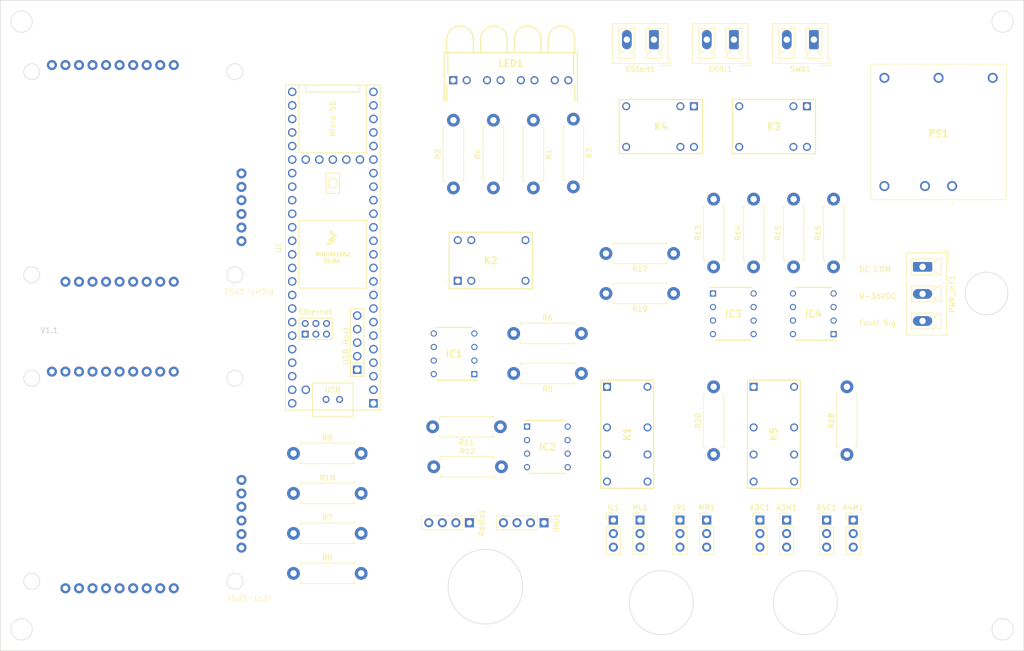
<source format=kicad_pcb>
(kicad_pcb (version 20221018) (generator pcbnew)
  (title_block (title "AGV Control Board") (date "2024-06-30") (rev "V1.0"))
  (layers (0 "F.Cu" signal) (31 "B.Cu" signal) (34 "B.Paste" user) (35 "F.Paste" user) (36 "B.SilkS" user "B.Silkscreen") (37 "F.SilkS" user "F.Silkscreen") (38 "B.Mask" user) (39 "F.Mask" user) (44 "Edge.Cuts" user))
  (net 0 "")
  (net 1 "COM")
  (net 2 "5VDC")
  (net 3 "3.3V")
  (net 4 "12COM")
  (net 5 "12VDC")
  (net 6 "TX1")
  (net 7 "RX1")
  (net 8 "M5V")
  (net 9 "TX2")
  (net 10 "RX2")
  (net 13 "Net-(U1-2_OUT2)")
  (net 14 "Net-(U1-3_LRCLK2)")
  (net 34 "Net-(EKill1-Pin_1)")
  (net 35 "Net-(EKill1-Pin_2)")
  (net 61 "Net-(EStart1-Pin_1)")
  (net 62 "Net-(EStart1-Pin_2)")
  (net 63 "Net-(IC1-A_1)")
  (net 64 "Net-(IC1-A_2)")
  (net 65 "Net-(IC1-C_3)")
  (net 66 "Net-(IC1-C_4)")
  (net 67 "Net-(IC2-A_1)")
  (net 68 "Net-(IC2-A_2)")
  (net 69 "Net-(IC2-C_3)")
  (net 70 "Net-(IC2-C_4)")
  (net 71 "Net-(IL1-Pin_2)")
  (net 72 "Net-(IR1-Pin_2)")
  (net 73 "EKill")
  (net 74 "EStart")
  (net 75 "MOut")
  (net 76 "Net-(K1-COM_1)")
  (net 77 "Net-(K1-COM_2)")
  (net 78 "MCom")
  (net 79 "P3I")
  (net 80 "P4I")
  (net 81 "P3O")
  (net 82 "P4O")
  (net 83 "Net-(A3C1-Pin_2)")
  (net 84 "Net-(A3M1-Pin_2)")
  (net 85 "Net-(A4C1-Pin_2)")
  (net 86 "Net-(A4M1-Pin_2)")
  (net 87 "Net-(IC3-A_1)")
  (net 88 "Net-(IC3-A_2)")
  (net 89 "Net-(IC3-C_4)")
  (net 90 "Net-(IC4-A_1)")
  (net 91 "Net-(IC4-A_2)")
  (net 92 "Net-(IC4-C_4)")
  (net 94 "Net-(K2-COIL_1)")
  (net 96 "Net-(K2-NO)")
  (net 101 "Net-(LED1-A_GREEN_1)")
  (net 102 "Net-(LED1-A_GREEN_2)")
  (net 103 "Net-(LED1-A_GREEN_3)")
  (net 104 "Net-(LED1-A_GREEN_4)")
  (net 109 "Net-(LEFT-GPS1-RX2)")
  (net 110 "Net-(LEFT-GPS1-TX2)")
  (net 122 "Net-(RIGHT-GPS1-RX2)")
  (net 123 "Net-(RIGHT-GPS1-TX2)")
  (footprint "Resistor_THT:R_Axial_DIN0411_L9.9mm_D3.6mm_P12.70mm_Horizontal" (layer "F.Cu") (at 176.31 70 90)
    (fp_text reference "R16" (at 6.35 -2.92 90) (layer "F.SilkS"))
    (fp_text value "10K")
    (pad "1" thru_hole circle (at 0 0 90) (size 2.4 2.4) (drill 1.2) (layers "*.Cu" "*.Mask") (net 1 "COM"))
    (pad "2" thru_hole oval (at 12.7 0 90) (size 2.4 2.4) (drill 1.2) (layers "*.Cu" "*.Mask") (net 80 "P4I"))
  )
  (footprint "Connector_PinHeader_2.54mm:PinHeader_1x03_P2.54mm_Vertical" (layer "F.Cu") (at 135 117.5)
    (fp_text reference "IL1" (at 0 -2.33) (layer "F.SilkS"))
    (fp_text value "Conn_01x03_Pin")
    (pad "1" thru_hole rect (at 0 0) (size 1.7 1.7) (drill 1) (layers "*.Cu" "*.Mask") (net 8 "M5V"))
    (pad "2" thru_hole oval (at 0 2.54) (size 1.7 1.7) (drill 1) (layers "*.Cu" "*.Mask") (net 71 "Net-(IL1-Pin_2)"))
    (pad "3" thru_hole oval (at 0 5.08) (size 1.7 1.7) (drill 1) (layers "*.Cu" "*.Mask") (net 1 "COM"))
  )
  (footprint "Connector_PinHeader_2.54mm:PinHeader_1x03_P2.54mm_Vertical" (layer "F.Cu") (at 180 117.5)
    (fp_text reference "A4M1" (at 0 -2.33) (layer "F.SilkS"))
    (fp_text value "Conn_01x03_Pin")
    (pad "1" thru_hole rect (at 0 0) (size 1.7 1.7) (drill 1) (layers "*.Cu" "*.Mask") (net 8 "M5V"))
    (pad "2" thru_hole oval (at 0 2.54) (size 1.7 1.7) (drill 1) (layers "*.Cu" "*.Mask") (net 86 "Net-(A4M1-Pin_2)"))
    (pad "3" thru_hole oval (at 0 5.08) (size 1.7 1.7) (drill 1) (layers "*.Cu" "*.Mask") (net 1 "COM"))
  )
  (footprint "Resistor_THT:R_Axial_DIN0411_L9.9mm_D3.6mm_P12.70mm_Horizontal" (layer "F.Cu") (at 129.01 90 180)
    (fp_text reference "R5" (at 6.35 -2.92) (layer "F.SilkS"))
    (fp_text value "187")
    (pad "1" thru_hole circle (at 0 0 180) (size 2.4 2.4) (drill 1.2) (layers "*.Cu" "*.Mask") (net 71 "Net-(IL1-Pin_2)"))
    (pad "2" thru_hole oval (at 12.7 0 180) (size 2.4 2.4) (drill 1.2) (layers "*.Cu" "*.Mask") (net 63 "Net-(IC1-A_1)"))
  )
  (footprint "boards:Sparkfun GPS-RTK" (layer "F.Cu") (at 66.6166 74.0658 180)
    (fp_text reference "RIGHT-GPS1" (at 0 -0.5 180 unlocked) (layer "F.SilkS") (effects (font (thickness 0.1))))
    (fp_text value "~")
    (pad "1" thru_hole circle (at 34.39 1.27 180) (size 1.8796 1.8796) (drill 1.016) (layers "*.Cu" "*.Mask"))
    (pad "2" thru_hole circle (at 31.85 1.27 180) (size 1.8796 1.8796) (drill 1.016) (layers "*.Cu" "*.Mask"))
    (pad "3" thru_hole circle (at 29.3116 1.27 180) (size 1.8796 1.8796) (drill 1.016) (layers "*.Cu" "*.Mask"))
    (pad "4" thru_hole circle (at 26.7716 1.27 180) (size 1.8796 1.8796) (drill 1.016) (layers "*.Cu" "*.Mask"))
    (pad "5" thru_hole circle (at 1.3716 13.97 180) (size 1.8796 1.8796) (drill 1.016) (layers "*.Cu" "*.Mask") (net 122 "Net-(RIGHT-GPS1-RX2)"))
    (pad "5" thru_hole circle (at 24.2316 1.27 180) (size 1.8796 1.8796) (drill 1.016) (layers "*.Cu" "*.Mask") (net 122 "Net-(RIGHT-GPS1-RX2)"))
    (pad "6" thru_hole circle (at 1.3716 11.43 180) (size 1.8796 1.8796) (drill 1.016) (layers "*.Cu" "*.Mask") (net 123 "Net-(RIGHT-GPS1-TX2)"))
    (pad "6" thru_hole circle (at 21.6916 1.27 180) (size 1.8796 1.8796) (drill 1.016) (layers "*.Cu" "*.Mask") (net 123 "Net-(RIGHT-GPS1-TX2)"))
    (pad "7" thru_hole circle (at 19.1516 1.27 180) (size 1.8796 1.8796) (drill 1.016) (layers "*.Cu" "*.Mask"))
    (pad "8" thru_hole circle (at 16.6116 1.27 180) (size 1.8796 1.8796) (drill 1.016) (layers "*.Cu" "*.Mask") (net 2 "5VDC"))
    (pad "9" thru_hole circle (at 1.3716 21.59 180) (size 1.8796 1.8796) (drill 1.016) (layers "*.Cu" "*.Mask") (net 1 "COM"))
    (pad "9" thru_hole circle (at 14.0716 1.27 180) (size 1.8796 1.8796) (drill 1.016) (layers "*.Cu" "*.Mask") (net 1 "COM"))
    (pad "9" thru_hole circle (at 14.0716 41.91 180) (size 1.8796 1.8796) (drill 1.016) (layers "*.Cu" "*.Mask") (net 1 "COM"))
    (pad "10" thru_hole circle (at 24.2316 41.91 180) (size 1.8796 1.8796) (drill 1.016) (layers "*.Cu" "*.Mask"))
    (pad "11" thru_hole circle (at 26.7716 41.91 180) (size 1.8796 1.8796) (drill 1.016) (layers "*.Cu" "*.Mask"))
    (pad "12" thru_hole circle (at 29.3116 41.91 180) (size 1.8796 1.8796) (drill 1.016) (layers "*.Cu" "*.Mask"))
    (pad "13" thru_hole circle (at 31.8516 41.91 180) (size 1.8796 1.8796) (drill 1.016) (layers "*.Cu" "*.Mask"))
    (pad "14" thru_hole circle (at 34.3916 41.91 180) (size 1.8796 1.8796) (drill 1.016) (layers "*.Cu" "*.Mask"))
    (pad "15" thru_hole circle (at 36.9316 41.91 180) (size 1.8796 1.8796) (drill 1.016) (layers "*.Cu" "*.Mask"))
    (pad "98" thru_hole circle (at 1.3716 19.05 180) (size 1.8796 1.8796) (drill 1.016) (layers "*.Cu" "*.Mask"))
    (pad "99" thru_hole circle (at 1.3716 8.89 180) (size 1.8796 1.8796) (drill 1.016) (layers "*.Cu" "*.Mask"))
    (pad "101" thru_hole circle (at 21.6916 41.91 180) (size 1.8796 1.8796) (drill 1.016) (layers "*.Cu" "*.Mask"))
    (pad "104" thru_hole circle (at 19.1516 41.91 180) (size 1.8796 1.8796) (drill 1.016) (layers "*.Cu" "*.Mask"))
    (pad "107" thru_hole circle (at 16.6116 41.91 180) (size 1.8796 1.8796) (drill 1.016) (layers "*.Cu" "*.Mask"))
    (pad "207" thru_hole circle (at 1.3716 16.5608 180) (size 1.8796 1.8796) (drill 1.016) (layers "*.Cu" "*.Mask"))
  )
  (footprint "Resistor_THT:R_Axial_DIN0411_L9.9mm_D3.6mm_P12.70mm_Horizontal" (layer "F.Cu") (at 161.31 70 90)
    (fp_text reference "R14" (at 6.35 -2.92 90) (layer "F.SilkS"))
    (fp_text value "10K")
    (pad "1" thru_hole circle (at 0 0 90) (size 2.4 2.4) (drill 1.2) (layers "*.Cu" "*.Mask") (net 1 "COM"))
    (pad "2" thru_hole oval (at 12.7 0 90) (size 2.4 2.4) (drill 1.2) (layers "*.Cu" "*.Mask") (net 92 "Net-(IC4-C_4)"))
  )
  (footprint "Connector_PinHeader_2.54mm:PinHeader_1x03_P2.54mm_Vertical" (layer "F.Cu") (at 140 117.5)
    (fp_text reference "ML1" (at 0 -2.33) (layer "F.SilkS"))
    (fp_text value "Conn_01x03_Pin")
    (pad "1" thru_hole rect (at 0 0) (size 1.7 1.7) (drill 1) (layers "*.Cu" "*.Mask") (net 8 "M5V"))
    (pad "2" thru_hole oval (at 0 2.54) (size 1.7 1.7) (drill 1) (layers "*.Cu" "*.Mask") (net 76 "Net-(K1-COM_1)"))
    (pad "3" thru_hole oval (at 0 5.08) (size 1.7 1.7) (drill 1) (layers "*.Cu" "*.Mask") (net 1 "COM"))
  )
  (footprint "SamacSys:SR113V2002C" (layer "F.Cu") (at 161.31 92.5 -90)
    (fp_text reference "K5" (at 8.89 -3.8 90) (layer "F.SilkS") (effects (font (size 1.27 1.27) (thickness 0.254))))
    (fp_text value "SR11-3V-200-2C" hide)
    (pad "1" thru_hole rect (at 0 0 270) (size 1.5 1.5) (drill 1) (layers "*.Cu" "*.Mask") (net 75 "MOut"))
    (pad "2" thru_hole circle (at 7.62 0 270) (size 1.5 1.5) (drill 1) (layers "*.Cu" "*.Mask") (net 84 "Net-(A3M1-Pin_2)"))
    (pad "3" thru_hole circle (at 12.7 0 270) (size 1.5 1.5) (drill 1) (layers "*.Cu" "*.Mask") (net 83 "Net-(A3C1-Pin_2)"))
    (pad "4" thru_hole circle (at 17.78 0 270) (size 1.5 1.5) (drill 1) (layers "*.Cu" "*.Mask") (net 89 "Net-(IC3-C_4)"))
    (pad "5" thru_hole circle (at 17.78 -7.6 270) (size 1.5 1.5) (drill 1) (layers "*.Cu" "*.Mask") (net 92 "Net-(IC4-C_4)"))
    (pad "6" thru_hole circle (at 12.7 -7.6 270) (size 1.5 1.5) (drill 1) (layers "*.Cu" "*.Mask") (net 85 "Net-(A4C1-Pin_2)"))
    (pad "7" thru_hole circle (at 7.62 -7.6 270) (size 1.5 1.5) (drill 1) (layers "*.Cu" "*.Mask") (net 86 "Net-(A4M1-Pin_2)"))
    (pad "8" thru_hole circle (at 0 -7.6 270) (size 1.5 1.5) (drill 1) (layers "*.Cu" "*.Mask") (net 78 "MCom"))
  )
  (footprint "Connector_PinHeader_2.54mm:PinHeader_1x03_P2.54mm_Vertical" (layer "F.Cu") (at 152.5 117.5)
    (fp_text reference "MR1" (at 0 -2.33) (layer "F.SilkS"))
    (fp_text value "Conn_01x03_Pin")
    (pad "1" thru_hole rect (at 0 0) (size 1.7 1.7) (drill 1) (layers "*.Cu" "*.Mask") (net 8 "M5V"))
    (pad "2" thru_hole oval (at 0 2.54) (size 1.7 1.7) (drill 1) (layers "*.Cu" "*.Mask") (net 77 "Net-(K1-COM_2)"))
    (pad "3" thru_hole oval (at 0 5.08) (size 1.7 1.7) (drill 1) (layers "*.Cu" "*.Mask") (net 1 "COM"))
  )
  (footprint "Connector_PinHeader_2.54mm:PinHeader_1x04_P2.54mm_Vertical" (layer "F.Cu") (at 108 118 -90)
    (fp_text reference "Radio1" (at 0 -2.33 90) (layer "F.SilkS"))
    (fp_text value "Conn_01x04_Pin")
    (pad "1" thru_hole rect (at 0 0 270) (size 1.7 1.7) (drill 1) (layers "*.Cu" "*.Mask") (net 2 "5VDC"))
    (pad "2" thru_hole oval (at 0 2.54 270) (size 1.7 1.7) (drill 1) (layers "*.Cu" "*.Mask") (net 6 "TX1"))
    (pad "3" thru_hole oval (at 0 5.08 270) (size 1.7 1.7) (drill 1) (layers "*.Cu" "*.Mask") (net 7 "RX1"))
    (pad "4" thru_hole oval (at 0 7.62 270) (size 1.7 1.7) (drill 1) (layers "*.Cu" "*.Mask") (net 1 "COM"))
  )
  (footprint "Resistor_THT:R_Axial_DIN0411_L9.9mm_D3.6mm_P12.70mm_Horizontal" (layer "F.Cu") (at 120 42.5 -90)
    (fp_text reference "R1" (at 6.35 -2.92 90) (layer "F.SilkS"))
    (fp_text value "750")
    (pad "1" thru_hole circle (at 0 0 270) (size 2.4 2.4) (drill 1.2) (layers "*.Cu" "*.Mask") (net 103 "Net-(LED1-A_GREEN_3)"))
    (pad "2" thru_hole oval (at 12.7 0 270) (size 2.4 2.4) (drill 1.2) (layers "*.Cu" "*.Mask") (net 96 "Net-(K2-NO)"))
  )
  (footprint "Resistor_THT:R_Axial_DIN0411_L9.9mm_D3.6mm_P12.70mm_Horizontal" (layer "F.Cu") (at 153.81 105.2 90)
    (fp_text reference "R20" (at 6.35 -2.92 90) (layer "F.SilkS"))
    (fp_text value "187")
    (pad "1" thru_hole circle (at 0 0 90) (size 2.4 2.4) (drill 1.2) (layers "*.Cu" "*.Mask") (net 83 "Net-(A3C1-Pin_2)"))
    (pad "2" thru_hole oval (at 12.7 0 90) (size 2.4 2.4) (drill 1.2) (layers "*.Cu" "*.Mask") (net 88 "Net-(IC3-A_2)"))
  )
  (footprint "Resistor_THT:R_Axial_DIN0411_L9.9mm_D3.6mm_P12.70mm_Horizontal" (layer "F.Cu") (at 127.5 42.3 -90)
    (fp_text reference "R3" (at 6.35 -2.92 90) (layer "F.SilkS"))
    (fp_text value "750")
    (pad "1" thru_hole circle (at 0 0 270) (size 2.4 2.4) (drill 1.2) (layers "*.Cu" "*.Mask") (net 104 "Net-(LED1-A_GREEN_4)"))
    (pad "2" thru_hole oval (at 12.7 0 270) (size 2.4 2.4) (drill 1.2) (layers "*.Cu" "*.Mask") (net 75 "MOut"))
  )
  (footprint "SamacSys:SR113V2002C" (layer "F.Cu") (at 133.81 92.5 -90)
    (fp_text reference "K1" (at 8.89 -3.8 90) (layer "F.SilkS") (effects (font (size 1.27 1.27) (thickness 0.254))))
    (fp_text value "SR11-3V-200-2C" hide)
    (pad "1" thru_hole rect (at 0 0 270) (size 1.5 1.5) (drill 1) (layers "*.Cu" "*.Mask") (net 75 "MOut"))
    (pad "2" thru_hole circle (at 7.62 0 270) (size 1.5 1.5) (drill 1) (layers "*.Cu" "*.Mask") (net 76 "Net-(K1-COM_1)"))
    (pad "3" thru_hole circle (at 12.7 0 270) (size 1.5 1.5) (drill 1) (layers "*.Cu" "*.Mask") (net 71 "Net-(IL1-Pin_2)"))
    (pad "4" thru_hole circle (at 17.78 0 270) (size 1.5 1.5) (drill 1) (layers "*.Cu" "*.Mask") (net 70 "Net-(IC2-C_4)"))
    (pad "5" thru_hole circle (at 17.78 -7.6 270) (size 1.5 1.5) (drill 1) (layers "*.Cu" "*.Mask") (net 69 "Net-(IC2-C_3)"))
    (pad "6" thru_hole circle (at 12.7 -7.6 270) (size 1.5 1.5) (drill 1) (layers "*.Cu" "*.Mask") (net 72 "Net-(IR1-Pin_2)"))
    (pad "7" thru_hole circle (at 7.62 -7.6 270) (size 1.5 1.5) (drill 1) (layers "*.Cu" "*.Mask") (net 77 "Net-(K1-COM_2)"))
    (pad "8" thru_hole circle (at 0 -7.6 270) (size 1.5 1.5) (drill 1) (layers "*.Cu" "*.Mask") (net 78 "MCom"))
  )
  (footprint "Connector_PinHeader_2.54mm:PinHeader_1x04_P2.54mm_Vertical" (layer "F.Cu") (at 122 118 -90)
    (fp_text reference "IMU1" (at 0 -2.33 90) (layer "F.SilkS"))
    (fp_text value "Conn_01x04_Pin")
    (pad "1" thru_hole rect (at 0 0 270) (size 1.7 1.7) (drill 1) (layers "*.Cu" "*.Mask") (net 2 "5VDC"))
    (pad "2" thru_hole oval (at 0 2.54 270) (size 1.7 1.7) (drill 1) (layers "*.Cu" "*.Mask") (net 9 "TX2"))
    (pad "3" thru_hole oval (at 0 5.08 270) (size 1.7 1.7) (drill 1) (layers "*.Cu" "*.Mask") (net 10 "RX2"))
    (pad "4" thru_hole oval (at 0 7.62 270) (size 1.7 1.7) (drill 1) (layers "*.Cu" "*.Mask") (net 1 "COM"))
  )
  (footprint "SamacSys:SR512V2001C" (layer "F.Cu") (at 105.81 72.62)
    (fp_text reference "K2" (at 6.2 -3.8) (layer "F.SilkS") (effects (font (size 1.27 1.27) (thickness 0.254))))
    (fp_text value "SR5-12V-200-1C" hide)
    (pad "1" thru_hole rect (at 0 0) (size 1.5 1.5) (drill 1) (layers "*.Cu" "*.Mask"))
    (pad "2" thru_hole circle (at 2.54 0) (size 1.5 1.5) (drill 1) (layers "*.Cu" "*.Mask") (net 94 "Net-(K2-COIL_1)"))
    (pad "3" thru_hole circle (at 12.7 0) (size 1.5 1.5) (drill 1) (layers "*.Cu" "*.Mask") (net 3 "3.3V"))
    (pad "4" thru_hole circle (at 12.7 -7.62) (size 1.5 1.5) (drill 1) (layers "*.Cu" "*.Mask"))
    (pad "5" thru_hole circle (at 2.54 -7.62) (size 1.5 1.5) (drill 1) (layers "*.Cu" "*.Mask") (net 4 "12COM"))
    (pad "6" thru_hole circle (at 0 -7.62) (size 1.5 1.5) (drill 1) (layers "*.Cu" "*.Mask") (net 96 "Net-(K2-NO)"))
  )
  (footprint "Connector_Phoenix_MC_HighVoltage:PhoenixContact_MCV_1,5_2-G-5.08_1x02_P5.08mm_Vertical" (layer "F.Cu") (at 157.61 27.38 180)
    (fp_text reference "EKill1" (at 2.54 -5.55) (layer "F.SilkS"))
    (fp_text value "Conn_01x02_Pin")
    (pad "1" thru_hole roundrect (at 0 0 180) (size 1.8 3.6) (drill 1.2) (layers "*.Cu" "*.Mask") (roundrect_rratio 0.138889) (net 34 "Net-(EKill1-Pin_1)"))
    (pad "2" thru_hole oval (at 5.08 0 180) (size 1.8 3.6) (drill 1.2) (layers "*.Cu" "*.Mask") (net 35 "Net-(EKill1-Pin_2)"))
  )
  (footprint "Resistor_THT:R_Axial_DIN0411_L9.9mm_D3.6mm_P12.70mm_Horizontal" (layer "F.Cu") (at 168.81 70 90)
    (fp_text reference "R15" (at 6.35 -2.92 90) (layer "F.SilkS"))
    (fp_text value "10K")
    (pad "1" thru_hole circle (at 0 0 90) (size 2.4 2.4) (drill 1.2) (layers "*.Cu" "*.Mask") (net 1 "COM"))
    (pad "2" thru_hole oval (at 12.7 0 90) (size 2.4 2.4) (drill 1.2) (layers "*.Cu" "*.Mask") (net 89 "Net-(IC3-C_4)"))
  )
  (footprint "Resistor_THT:R_Axial_DIN0411_L9.9mm_D3.6mm_P12.70mm_Horizontal" (layer "F.Cu") (at 113.81 100 180)
    (fp_text reference "R11" (at 6.35 -2.92) (layer "F.SilkS"))
    (fp_text value "100")
    (pad "1" thru_hole circle (at 0 0 180) (size 2.4 2.4) (drill 1.2) (layers "*.Cu" "*.Mask") (net 67 "Net-(IC2-A_1)"))
    (pad "2" thru_hole oval (at 12.7 0 180) (size 2.4 2.4) (drill 1.2) (layers "*.Cu" "*.Mask") (net 13 "Net-(U1-2_OUT2)"))
  )
  (footprint "Connector_PinHeader_2.54mm:PinHeader_1x03_P2.54mm_Vertical" (layer "F.Cu") (at 162.5 117.5)
    (fp_text reference "A3C1" (at 0 -2.33) (layer "F.SilkS"))
    (fp_text value "Conn_01x03_Pin")
    (pad "1" thru_hole rect (at 0 0) (size 1.7 1.7) (drill 1) (layers "*.Cu" "*.Mask") (net 8 "M5V"))
    (pad "2" thru_hole oval (at 0 2.54) (size 1.7 1.7) (drill 1) (layers "*.Cu" "*.Mask") (net 83 "Net-(A3C1-Pin_2)"))
    (pad "3" thru_hole oval (at 0 5.08) (size 1.7 1.7) (drill 1) (layers "*.Cu" "*.Mask") (net 1 "COM"))
  )
  (footprint "Resistor_THT:R_Axial_DIN0411_L9.9mm_D3.6mm_P12.70mm_Horizontal" (layer "F.Cu") (at 105 55.2 90)
    (fp_text reference "R2" (at 6.35 -2.92 90) (layer "F.SilkS"))
    (fp_text value "6.19K")
    (pad "1" thru_hole circle (at 0 0 90) (size 2.4 2.4) (drill 1.2) (layers "*.Cu" "*.Mask") (net 5 "12VDC"))
    (pad "2" thru_hole oval (at 12.7 0 90) (size 2.4 2.4) (drill 1.2) (layers "*.Cu" "*.Mask") (net 101 "Net-(LED1-A_GREEN_1)"))
  )
  (footprint "Resistor_THT:R_Axial_DIN0411_L9.9mm_D3.6mm_P12.70mm_Horizontal" (layer "F.Cu") (at 116.31 82.5)
    (fp_text reference "R6" (at 6.35 -2.92) (layer "F.SilkS"))
    (fp_text value "187")
    (pad "1" thru_hole circle (at 0 0) (size 2.4 2.4) (drill 1.2) (layers "*.Cu" "*.Mask") (net 64 "Net-(IC1-A_2)"))
    (pad "2" thru_hole oval (at 12.7 0) (size 2.4 2.4) (drill 1.2) (layers "*.Cu" "*.Mask") (net 72 "Net-(IR1-Pin_2)"))
  )
  (footprint "SamacSys:DIP762W56P254L977H470Q8N" (layer "F.Cu") (at 157.5 78.81)
    (fp_text reference "IC3" (at 0 0) (layer "F.SilkS") (effects (font (size 1.27 1.27) (thickness 0.254))))
    (fp_text value "CNY74-2H" hide)
    (pad "1" thru_hole rect (at -3.81 -3.81) (size 1.16 1.16) (drill 0.76) (layers "*.Cu" "*.Mask") (net 87 "Net-(IC3-A_1)"))
    (pad "2" thru_hole circle (at -3.81 -1.27) (size 1.16 1.16) (drill 0.76) (layers "*.Cu" "*.Mask") (net 1 "COM"))
    (pad "3" thru_hole circle (at -3.81 1.27) (size 1.16 1.16) (drill 0.76) (layers "*.Cu" "*.Mask") (net 1 "COM"))
    (pad "4" thru_hole circle (at -3.81 3.81) (size 1.16 1.16) (drill 0.76) (layers "*.Cu" "*.Mask") (net 88 "Net-(IC3-A_2)"))
    (pad "5" thru_hole circle (at 3.81 3.81) (size 1.16 1.16) (drill 0.76) (layers "*.Cu" "*.Mask") (net 3 "3.3V"))
    (pad "6" thru_hole circle (at 3.81 1.27) (size 1.16 1.16) (drill 0.76) (layers "*.Cu" "*.Mask") (net 79 "P3I"))
    (pad "7" thru_hole circle (at 3.81 -1.27) (size 1.16 1.16) (drill 0.76) (layers "*.Cu" "*.Mask") (net 89 "Net-(IC3-C_4)"))
    (pad "8" thru_hole circle (at 3.81 -3.81) (size 1.16 1.16) (drill 0.76) (layers "*.Cu" "*.Mask") (net 2 "5VDC"))
  )
  (footprint "Resistor_THT:R_Axial_DIN0411_L9.9mm_D3.6mm_P12.70mm_Horizontal" (layer "F.Cu") (at 146.31 67.5 180)
    (fp_text reference "R17" (at 6.35 -2.92) (layer "F.SilkS"))
    (fp_text value "100")
    (pad "1" thru_hole circle (at 0 0 180) (size 2.4 2.4) (drill 1.2) (layers "*.Cu" "*.Mask") (net 90 "Net-(IC4-A_1)"))
    (pad "2" thru_hole oval (at 12.7 0 180) (size 2.4 2.4) (drill 1.2) (layers "*.Cu" "*.Mask") (net 82 "P4O"))
  )
  (footprint "SamacSys:SR53V2001C" (layer "F.Cu") (at 171.31 39.88 180)
    (fp_text reference "K3" (at 6.2 -3.81) (layer "F.SilkS") (effects (font (size 1.27 1.27) (thickness 0.254))))
    (fp_text value "SR5-3V-200-1C" hide)
    (pad "1" thru_hole rect (at 0 0 180) (size 1.5 1.5) (drill 1) (layers "*.Cu" "*.Mask"))
    (pad "2" thru_hole circle (at 2.54 0 180) (size 1.5 1.5) (drill 1) (layers "*.Cu" "*.Mask") (net 73 "EKill"))
    (pad "3" thru_hole circle (at 12.7 0 180) (size 1.5 1.5) (drill 1) (layers "*.Cu" "*.Mask") (net 35 "Net-(EKill1-Pin_2)"))
    (pad "4" thru_hole circle (at 12.7 -7.62 180) (size 1.5 1.5) (drill 1) (layers "*.Cu" "*.Mask"))
    (pad "5" thru_hole circle (at 2.54 -7.62 180) (size 1.5 1.5) (drill 1) (layers "*.Cu" "*.Mask") (net 1 "COM"))
    (pad "6" thru_hole circle (at 0 -7.62 180) (size 1.5 1.5) (drill 1) (layers "*.Cu" "*.Mask") (net 34 "Net-(EKill1-Pin_1)"))
  )
  (footprint "Connector_Phoenix_MC_HighVoltage:PhoenixContact_MCV_1,5_2-G-5.08_1x02_P5.08mm_Vertical" (layer "F.Cu") (at 172.61 27.38 180)
    (fp_text reference "SWA1" (at 2.54 -5.55) (layer "F.SilkS"))
    (fp_text value "Conn_01x02_Pin")
    (pad "1" thru_hole roundrect (at 0 0 180) (size 1.8 3.6) (drill 1.2) (layers "*.Cu" "*.Mask") (roundrect_rratio 0.138889) (net 78 "MCom"))
    (pad "2" thru_hole oval (at 5.08 0 180) (size 1.8 3.6) (drill 1.2) (layers "*.Cu" "*.Mask") (net 1 "COM"))
  )
  (footprint "Resistor_THT:R_Axial_DIN0411_L9.9mm_D3.6mm_P12.70mm_Horizontal" (layer "F.Cu") (at 112.5 55.2 90)
    (fp_text reference "R4" (at 6.35 -2.92 90) (layer "F.SilkS"))
    (fp_text value "1.6K")
    (pad "1" thru_hole circle (at 0 0 90) (size 2.4 2.4) (drill 1.2) (layers "*.Cu" "*.Mask") (net 2 "5VDC"))
    (pad "2" thru_hole oval (at 12.7 0 90) (size 2.4 2.4) (drill 1.2) (layers "*.Cu" "*.Mask") (net 102 "Net-(LED1-A_GREEN_2)"))
  )
  (footprint "Resistor_THT:R_Axial_DIN0411_L9.9mm_D3.6mm_P12.70mm_Horizontal" (layer "F.Cu") (at 75 112.5)
    (fp_text reference "R10" (at 6.35 -2.92) (layer "F.SilkS"))
    (fp_text value "10K")
    (pad "1" thru_hole circle (at 0 0) (size 2.4 2.4) (drill 1.2) (layers "*.Cu" "*.Mask") (net 1 "COM"))
    (pad "2" thru_hole oval (at 12.7 0) (size 2.4 2.4) (drill 1.2) (layers "*.Cu" "*.Mask") (net 66 "Net-(IC1-C_4)"))
  )
  (footprint "Resistor_THT:R_Axial_DIN0411_L9.9mm_D3.6mm_P12.70mm_Horizontal" (layer "F.Cu") (at 178.81 105.2 90)
    (fp_text reference "R18" (at 6.35 -2.92 90) (layer "F.SilkS"))
    (fp_text value "187")
    (pad "1" thru_hole circle (at 0 0 90) (size 2.4 2.4) (drill 1.2) (layers "*.Cu" "*.Mask") (net 85 "Net-(A4C1-Pin_2)"))
    (pad "2" thru_hole oval (at 12.7 0 90) (size 2.4 2.4) (drill 1.2) (layers "*.Cu" "*.Mask") (net 91 "Net-(IC4-A_2)"))
  )
  (footprint "SamacSys:5501307004F" (layer "F.Cu") (at 104.96 35 180)
    (fp_text reference "LED1" (at -10.795 3.179) (layer "F.SilkS") (effects (font (size 1.27 1.27) (thickness 0.254))))
    (fp_text value "550-1307-004F" hide)
    (pad "1" thru_hole rect (at 0 0 180) (size 1.524 1.524) (drill 1.016) (layers "*.Cu" "*.Mask") (net 4 "12COM"))
    (pad "2" thru_hole circle (at -2.54 0 180) (size 1.524 1.524) (drill 1.016) (layers "*.Cu" "*.Mask") (net 101 "Net-(LED1-A_GREEN_1)"))
    (pad "3" thru_hole circle (at -6.35 0 180) (size 1.524 1.524) (drill 1.016) (layers "*.Cu" "*.Mask") (net 1 "COM"))
    (pad "4" thru_hole circle (at -8.89 0 180) (size 1.524 1.524) (drill 1.016) (layers "*.Cu" "*.Mask") (net 102 "Net-(LED1-A_GREEN_2)"))
    (pad "5" thru_hole circle (at -12.7 0 180) (size 1.524 1.524) (drill 1.016) (layers "*.Cu" "*.Mask") (net 1 "COM"))
    (pad "6" thru_hole circle (at -15.24 0 180) (size 1.524 1.524) (drill 1.016) (layers "*.Cu" "*.Mask") (net 103 "Net-(LED1-A_GREEN_3)"))
    (pad "7" thru_hole circle (at -19.05 0 180) (size 1.524 1.524) (drill 1.016) (layers "*.Cu" "*.Mask") (net 1 "COM"))
    (pad "8" thru_hole circle (at -21.59 0 180) (size 1.524 1.524) (drill 1.016) (layers "*.Cu" "*.Mask") (net 104 "Net-(LED1-A_GREEN_4)"))
  )
  (footprint "SamacSys:THL152411WI" (layer "F.Cu") (at 198.54 54.85 180)
    (fp_text reference "PS1" (at 2.54 9.85) (layer "F.SilkS") (effects (font (size 1.27 1.27) (thickness 0.254))))
    (fp_text value "THL_15-2411WI" hide)
    (pad "1" thru_hole circle (at 0 0 180) (size 1.875 1.875) (drill 1.25) (layers "*.Cu" "*.Mask") (net 5 "12VDC"))
    (pad "2" thru_hole circle (at 5.08 0 180) (size 1.875 1.875) (drill 1.25) (layers "*.Cu" "*.Mask") (net 4 "12COM"))
    (pad "3" thru_hole circle (at -7.62 20.3 180) (size 1.875 1.875) (drill 1.25) (layers "*.Cu" "*.Mask") (net 2 "5VDC"))
    (pad "4" thru_hole circle (at 2.54 20.3 180) (size 1.875 1.875) (drill 1.25) (layers "*.Cu" "*.Mask"))
    (pad "5" thru_hole circle (at 12.7 20.3 180) (size 1.875 1.875) (drill 1.25) (layers "*.Cu" "*.Mask") (net 1 "COM"))
    (pad "6" thru_hole circle (at 12.7 0 180) (size 1.875 1.875) (drill 1.25) (layers "*.Cu" "*.Mask"))
  )
  (footprint "boards:Sparkfun GPS-RTK" (layer "F.Cu") (at 66.6166 131.5658 180)
    (fp_text reference "LEFT-GPS1" (at 0 -0.5 180 unlocked) (layer "F.SilkS") (effects (font (thickness 0.1))))
    (fp_text value "~")
    (pad "1" thru_hole circle (at 34.39 1.27 180) (size 1.8796 1.8796) (drill 1.016) (layers "*.Cu" "*.Mask"))
    (pad "2" thru_hole circle (at 31.85 1.27 180) (size 1.8796 1.8796) (drill 1.016) (layers "*.Cu" "*.Mask"))
    (pad "3" thru_hole circle (at 29.3116 1.27 180) (size 1.8796 1.8796) (drill 1.016) (layers "*.Cu" "*.Mask"))
    (pad "4" thru_hole circle (at 26.7716 1.27 180) (size 1.8796 1.8796) (drill 1.016) (layers "*.Cu" "*.Mask"))
    (pad "5" thru_hole circle (at 1.3716 13.97 180) (size 1.8796 1.8796) (drill 1.016) (layers "*.Cu" "*.Mask") (net 109 "Net-(LEFT-GPS1-RX2)"))
    (pad "5" thru_hole circle (at 24.2316 1.27 180) (size 1.8796 1.8796) (drill 1.016) (layers "*.Cu" "*.Mask") (net 109 "Net-(LEFT-GPS1-RX2)"))
    (pad "6" thru_hole circle (at 1.3716 11.43 180) (size 1.8796 1.8796) (drill 1.016) (layers "*.Cu" "*.Mask") (net 110 "Net-(LEFT-GPS1-TX2)"))
    (pad "6" thru_hole circle (at 21.6916 1.27 180) (size 1.8796 1.8796) (drill 1.016) (layers "*.Cu" "*.Mask") (net 110 "Net-(LEFT-GPS1-TX2)"))
    (pad "7" thru_hole circle (at 19.1516 1.27 180) (size 1.8796 1.8796) (drill 1.016) (layers "*.Cu" "*.Mask"))
    (pad "8" thru_hole circle (at 16.6116 1.27 180) (size 1.8796 1.8796) (drill 1.016) (layers "*.Cu" "*.Mask") (net 2 "5VDC"))
    (pad "9" thru_hole circle (at 1.3716 21.59 180) (size 1.8796 1.8796) (drill 1.016) (layers "*.Cu" "*.Mask") (net 1 "COM"))
    (pad "9" thru_hole circle (at 14.0716 1.27 180) (size 1.8796 1.8796) (drill 1.016) (layers "*.Cu" "*.Mask") (net 1 "COM"))
    (pad "9" thru_hole circle (at 14.0716 41.91 180) (size 1.8796 1.8796) (drill 1.016) (layers "*.Cu" "*.Mask") (net 1 "COM"))
    (pad "10" thru_hole circle (at 24.2316 41.91 180) (size 1.8796 1.8796) (drill 1.016) (layers "*.Cu" "*.Mask"))
    (pad "11" thru_hole circle (at 26.7716 41.91 180) (size 1.8796 1.8796) (drill 1.016) (layers "*.Cu" "*.Mask"))
    (pad "12" thru_hole circle (at 29.3116 41.91 180) (size 1.8796 1.8796) (drill 1.016) (layers "*.Cu" "*.Mask"))
    (pad "13" thru_hole circle (at 31.8516 41.91 180) (size 1.8796 1.8796) (drill 1.016) (layers "*.Cu" "*.Mask"))
    (pad "14" thru_hole circle (at 34.3916 41.91 180) (size 1.8796 1.8796) (drill 1.016) (layers "*.Cu" "*.Mask"))
    (pad "15" thru_hole circle (at 36.9316 41.91 180) (size 1.8796 1.8796) (drill 1.016) (layers "*.Cu" "*.Mask"))
    (pad "98" thru_hole circle (at 1.3716 19.05 180) (size 1.8796 1.8796) (drill 1.016) (layers "*.Cu" "*.Mask"))
    (pad "99" thru_hole circle (at 1.3716 8.89 180) (size 1.8796 1.8796) (drill 1.016) (layers "*.Cu" "*.Mask"))
    (pad "101" thru_hole circle (at 21.6916 41.91 180) (size 1.8796 1.8796) (drill 1.016) (layers "*.Cu" "*.Mask"))
    (pad "104" thru_hole circle (at 19.1516 41.91 180) (size 1.8796 1.8796) (drill 1.016) (layers "*.Cu" "*.Mask"))
    (pad "107" thru_hole circle (at 16.6116 41.91 180) (size 1.8796 1.8796) (drill 1.016) (layers "*.Cu" "*.Mask"))
    (pad "207" thru_hole circle (at 1.3716 16.5608 180) (size 1.8796 1.8796) (drill 1.016) (layers "*.Cu" "*.Mask"))
  )
  (footprint "Resistor_THT:R_Axial_DIN0411_L9.9mm_D3.6mm_P12.70mm_Horizontal" (layer "F.Cu") (at 153.81 70 90)
    (fp_text reference "R13" (at 6.35 -2.92 90) (layer "F.SilkS"))
    (fp_text value "10K")
    (pad "1" thru_hole circle (at 0 0 90) (size 2.4 2.4) (drill 1.2) (layers "*.Cu" "*.Mask") (net 1 "COM"))
    (pad "2" thru_hole oval (at 12.7 0 90) (size 2.4 2.4) (drill 1.2) (layers "*.Cu" "*.Mask") (net 79 "P3I"))
  )
  (footprint "Resistor_THT:R_Axial_DIN0411_L9.9mm_D3.6mm_P12.70mm_Horizontal" (layer "F.Cu") (at 146.31 75 180)
    (fp_text reference "R19" (at 6.35 -2.92) (layer "F.SilkS"))
    (fp_text value "100")
    (pad "1" thru_hole circle (at 0 0 180) (size 2.4 2.4) (drill 1.2) (layers "*.Cu" "*.Mask") (net 87 "Net-(IC3-A_1)"))
    (pad "2" thru_hole oval (at 12.7 0 180) (size 2.4 2.4) (drill 1.2) (layers "*.Cu" "*.Mask") (net 81 "P3O"))
  )
  (footprint "SamacSys:SR53V2001C" (layer "F.Cu") (at 150.11 39.88 180)
    (fp_text reference "K4" (at 6.2 -3.81) (layer "F.SilkS") (effects (font (size 1.27 1.27) (thickness 0.254))))
    (fp_text value "SR5-3V-200-1C" hide)
    (pad "1" thru_hole rect (at 0 0 180) (size 1.5 1.5) (drill 1) (layers "*.Cu" "*.Mask"))
    (pad "2" thru_hole circle (at 2.54 0 180) (size 1.5 1.5) (drill 1) (layers "*.Cu" "*.Mask") (net 74 "EStart"))
    (pad "3" thru_hole circle (at 12.7 0 180) (size 1.5 1.5) (drill 1) (layers "*.Cu" "*.Mask") (net 62 "Net-(EStart1-Pin_2)"))
    (pad "4" thru_hole circle (at 12.7 -7.62 180) (size 1.5 1.5) (drill 1) (layers "*.Cu" "*.Mask"))
    (pad "5" thru_hole circle (at 2.54 -7.62 180) (size 1.5 1.5) (drill 1) (layers "*.Cu" "*.Mask") (net 1 "COM"))
    (pad "6" thru_hole circle (at 0 -7.62 180) (size 1.5 1.5) (drill 1) (layers "*.Cu" "*.Mask") (net 61 "Net-(EStart1-Pin_1)"))
  )
  (footprint "SamacSys:DIP762W56P254L977H470Q8N" (layer "F.Cu") (at 105.12 86.31 180)
    (fp_text reference "IC1" (at 0 0) (layer "F.SilkS") (effects (font (size 1.27 1.27) (thickness 0.254))))
    (fp_text value "HCPL2731M" hide)
    (pad "1" thru_hole rect (at -3.81 -3.81 180) (size 1.16 1.16) (drill 0.76) (layers "*.Cu" "*.Mask") (net 63 "Net-(IC1-A_1)"))
    (pad "2" thru_hole circle (at -3.81 -1.27 180) (size 1.16 1.16) (drill 0.76) (layers "*.Cu" "*.Mask") (net 1 "COM"))
    (pad "3" thru_hole circle (at -3.81 1.27 180) (size 1.16 1.16) (drill 0.76) (layers "*.Cu" "*.Mask") (net 1 "COM"))
    (pad "4" thru_hole circle (at -3.81 3.81 180) (size 1.16 1.16) (drill 0.76) (layers "*.Cu" "*.Mask") (net 64 "Net-(IC1-A_2)"))
    (pad "5" thru_hole circle (at 3.81 3.81 180) (size 1.16 1.16) (drill 0.76) (layers "*.Cu" "*.Mask") (net 3 "3.3V"))
    (pad "6" thru_hole circle (at 3.81 1.27 180) (size 1.16 1.16) (drill 0.76) (layers "*.Cu" "*.Mask") (net 65 "Net-(IC1-C_3)"))
    (pad "7" thru_hole circle (at 3.81 -1.27 180) (size 1.16 1.16) (drill 0.76) (layers "*.Cu" "*.Mask") (net 66 "Net-(IC1-C_4)"))
    (pad "8" thru_hole circle (at 3.81 -3.81 180) (size 1.16 1.16) (drill 0.76) (layers "*.Cu" "*.Mask") (net 3 "3.3V"))
  )
  (footprint "Connector_Phoenix_MC_HighVoltage:PhoenixContact_MCV_1,5_2-G-5.08_1x02_P5.08mm_Vertical" (layer "F.Cu") (at 142.61 27.38 180)
    (fp_text reference "EStart1" (at 2.54 -5.55) (layer "F.SilkS"))
    (fp_text value "Conn_01x02_Pin")
    (pad "1" thru_hole roundrect (at 0 0 180) (size 1.8 3.6) (drill 1.2) (layers "*.Cu" "*.Mask") (roundrect_rratio 0.138889) (net 61 "Net-(EStart1-Pin_1)"))
    (pad "2" thru_hole oval (at 5.08 0 180) (size 1.8 3.6) (drill 1.2) (layers "*.Cu" "*.Mask") (net 62 "Net-(EStart1-Pin_2)"))
  )
  (footprint "Teensy:Teensy41" (layer "F.Cu") (at 82.38 66.39 90)
    (fp_text reference "U1" (at 0 -10.16 90) (layer "F.SilkS"))
    (fp_text value "Teensy4.1")
    (fp_text user "DVJ6A" (at -2.54 -0.18) (layer "F.SilkS") (effects (font (size 0.7 0.7))))
    (fp_text user "USB Host" (at -18.4658 2.4892 90) (layer "F.SilkS"))
    (fp_text user "USB" (at -26.67 0) (layer "F.SilkS"))
    (fp_text user "MIMXRT1062" (at -1.27 0) (layer "F.SilkS") (effects (font (size 0.7 0.7))))
    (fp_text user "Micro SD" (at 24.13 0 90) (layer "F.SilkS"))
    (fp_text user "Ethernet" (at -12.065 -3.2766) (layer "F.SilkS"))
    (pad "1" thru_hole rect (at -29.21 7.62 90) (size 1.6 1.6) (drill 1.1) (layers "*.Cu" "*.Mask"))
    (pad "2" thru_hole circle (at -26.67 7.62 90) (size 1.6 1.6) (drill 1.1) (layers "*.Cu" "*.Mask") (net 7 "RX1"))
    (pad "3" thru_hole circle (at -24.13 7.62 90) (size 1.6 1.6) (drill 1.1) (layers "*.Cu" "*.Mask") (net 6 "TX1"))
    (pad "4" thru_hole circle (at -21.59 7.62 90) (size 1.6 1.6) (drill 1.1) (layers "*.Cu" "*.Mask") (net 13 "Net-(U1-2_OUT2)"))
    (pad "5" thru_hole circle (at -19.05 7.62 90) (size 1.6 1.6) (drill 1.1) (layers "*.Cu" "*.Mask") (net 14 "Net-(U1-3_LRCLK2)"))
    (pad "6" thru_hole circle (at -16.51 7.62 90) (size 1.6 1.6) (drill 1.1) (layers "*.Cu" "*.Mask") (net 75 "MOut"))
    (pad "7" thru_hole circle (at -13.97 7.62 90) (size 1.6 1.6) (drill 1.1) (layers "*.Cu" "*.Mask") (net 96 "Net-(K2-NO)"))
    (pad "8" thru_hole circle (at -11.43 7.62 90) (size 1.6 1.6) (drill 1.1) (layers "*.Cu" "*.Mask"))
    (pad "9" thru_hole circle (at -8.89 7.62 90) (size 1.6 1.6) (drill 1.1) (layers "*.Cu" "*.Mask") (net 10 "RX2"))
    (pad "10" thru_hole circle (at -6.35 7.62 90) (size 1.6 1.6) (drill 1.1) (layers "*.Cu" "*.Mask") (net 9 "TX2"))
    (pad "11" thru_hole circle (at -3.81 7.62 90) (size 1.6 1.6) (drill 1.1) (layers "*.Cu" "*.Mask"))
    (pad "12" thru_hole circle (at -1.27 7.62 90) (size 1.6 1.6) (drill 1.1) (layers "*.Cu" "*.Mask"))
    (pad "13" thru_hole circle (at 1.27 7.62 90) (size 1.6 1.6) (drill 1.1) (layers "*.Cu" "*.Mask") (net 66 "Net-(IC1-C_4)"))
    (pad "14" thru_hole circle (at 3.81 7.62 90) (size 1.6 1.6) (drill 1.1) (layers "*.Cu" "*.Mask") (net 65 "Net-(IC1-C_3)"))
    (pad "15" thru_hole circle (at 6.35 7.62 90) (size 1.6 1.6) (drill 1.1) (layers "*.Cu" "*.Mask") (net 3 "3.3V"))
    (pad "16" thru_hole circle (at 8.89 7.62 90) (size 1.6 1.6) (drill 1.1) (layers "*.Cu" "*.Mask"))
    (pad "17" thru_hole circle (at 11.43 7.62 90) (size 1.6 1.6) (drill 1.1) (layers "*.Cu" "*.Mask"))
    (pad "18" thru_hole circle (at 13.97 7.62 90) (size 1.6 1.6) (drill 1.1) (layers "*.Cu" "*.Mask"))
    (pad "19" thru_hole circle (at 16.51 7.62 90) (size 1.6 1.6) (drill 1.1) (layers "*.Cu" "*.Mask"))
    (pad "20" thru_hole circle (at 19.05 7.62 90) (size 1.6 1.6) (drill 1.1) (layers "*.Cu" "*.Mask"))
    (pad "21" thru_hole circle (at 21.59 7.62 90) (size 1.6 1.6) (drill 1.1) (layers "*.Cu" "*.Mask"))
    (pad "22" thru_hole circle (at 24.13 7.62 90) (size 1.6 1.6) (drill 1.1) (layers "*.Cu" "*.Mask"))
    (pad "23" thru_hole circle (at 26.67 7.62 90) (size 1.6 1.6) (drill 1.1) (layers "*.Cu" "*.Mask"))
    (pad "24" thru_hole circle (at 29.21 7.62 90) (size 1.6 1.6) (drill 1.1) (layers "*.Cu" "*.Mask"))
    (pad "25" thru_hole circle (at 29.21 -7.62 90) (size 1.6 1.6) (drill 1.1) (layers "*.Cu" "*.Mask"))
    (pad "26" thru_hole circle (at 26.67 -7.62 90) (size 1.6 1.6) (drill 1.1) (layers "*.Cu" "*.Mask"))
    (pad "27" thru_hole circle (at 24.13 -7.62 90) (size 1.6 1.6) (drill 1.1) (layers "*.Cu" "*.Mask"))
    (pad "28" thru_hole circle (at 21.59 -7.62 90) (size 1.6 1.6) (drill 1.1) (layers "*.Cu" "*.Mask") (net 82 "P4O"))
    (pad "29" thru_hole circle (at 19.05 -7.62 90) (size 1.6 1.6) (drill 1.1) (layers "*.Cu" "*.Mask") (net 80 "P4I"))
    (pad "30" thru_hole circle (at 16.51 -7.62 90) (size 1.6 1.6) (drill 1.1) (layers "*.Cu" "*.Mask"))
    (pad "31" thru_hole circle (at 13.97 -7.62 90) (size 1.6 1.6) (drill 1.1) (layers "*.Cu" "*.Mask"))
    (pad "32" thru_hole circle (at 11.43 -7.62 90) (size 1.6 1.6) (drill 1.1) (layers "*.Cu" "*.Mask") (net 74 "EStart"))
    (pad "33" thru_hole circle (at 8.89 -7.62 90) (size 1.6 1.6) (drill 1.1) (layers "*.Cu" "*.Mask") (net 73 "EKill"))
    (pad "34" thru_hole circle (at 6.35 -7.62 90) (size 1.6 1.6) (drill 1.1) (layers "*.Cu" "*.Mask"))
    (pad "35" thru_hole circle (at 3.81 -7.62 90) (size 1.6 1.6) (drill 1.1) (layers "*.Cu" "*.Mask"))
    (pad "36" thru_hole circle (at 1.27 -7.62 90) (size 1.6 1.6) (drill 1.1) (layers "*.Cu" "*.Mask") (net 122 "Net-(RIGHT-GPS1-RX2)"))
    (pad "37" thru_hole circle (at -1.27 -7.62 90) (size 1.6 1.6) (drill 1.1) (layers "*.Cu" "*.Mask") (net 123 "Net-(RIGHT-GPS1-TX2)"))
    (pad "38" thru_hole circle (at -3.81 -7.62 90) (size 1.6 1.6) (drill 1.1) (layers "*.Cu" "*.Mask") (net 110 "Net-(LEFT-GPS1-TX2)"))
    (pad "39" thru_hole circle (at -6.35 -7.62 90) (size 1.6 1.6) (drill 1.1) (layers "*.Cu" "*.Mask") (net 109 "Net-(LEFT-GPS1-RX2)"))
    (pad "40" thru_hole circle (at -8.89 -7.62 90) (size 1.6 1.6) (drill 1.1) (layers "*.Cu" "*.Mask"))
    (pad "41" thru_hole circle (at -11.43 -7.62 90) (size 1.6 1.6) (drill 1.1) (layers "*.Cu" "*.Mask"))
    (pad "42" thru_hole circle (at -13.97 -7.62 90) (size 1.6 1.6) (drill 1.1) (layers "*.Cu" "*.Mask"))
    (pad "43" thru_hole circle (at -16.51 -7.62 90) (size 1.6 1.6) (drill 1.1) (layers "*.Cu" "*.Mask"))
    (pad "44" thru_hole circle (at -19.05 -7.62 90) (size 1.6 1.6) (drill 1.1) (layers "*.Cu" "*.Mask") (net 81 "P3O"))
    (pad "45" thru_hole circle (at -21.59 -7.62 90) (size 1.6 1.6) (drill 1.1) (layers "*.Cu" "*.Mask") (net 79 "P3I"))
    (pad "46" thru_hole circle (at -24.13 -7.62 90) (size 1.6 1.6) (drill 1.1) (layers "*.Cu" "*.Mask"))
    (pad "47" thru_hole circle (at -26.67 -7.62 90) (size 1.6 1.6) (drill 1.1) (layers "*.Cu" "*.Mask") (net 1 "COM"))
    (pad "48" thru_hole circle (at -29.21 -7.62 90) (size 1.6 1.6) (drill 1.1) (layers "*.Cu" "*.Mask") (net 2 "5VDC"))
    (pad "49" thru_hole circle (at -26.67 -5.08 90) (size 1.6 1.6) (drill 1.1) (layers "*.Cu" "*.Mask"))
    (pad "50" thru_hole circle (at 16.51 5.08 90) (size 1.6 1.6) (drill 1.1) (layers "*.Cu" "*.Mask"))
    (pad "51" thru_hole circle (at 16.51 2.54 90) (size 1.6 1.6) (drill 1.1) (layers "*.Cu" "*.Mask"))
    (pad "52" thru_hole circle (at 16.51 0 90) (size 1.6 1.6) (drill 1.1) (layers "*.Cu" "*.Mask"))
    (pad "53" thru_hole circle (at 16.51 -2.54 90) (size 1.6 1.6) (drill 1.1) (layers "*.Cu" "*.Mask"))
    (pad "54" thru_hole circle (at 16.51 -5.08 90) (size 1.6 1.6) (drill 1.1) (layers "*.Cu" "*.Mask"))
    (pad "55" thru_hole rect (at -22.9108 4.5692 90) (size 1.6 1.6) (drill 1.1) (layers "*.Cu" "*.Mask"))
    (pad "56" thru_hole circle (at -20.3708 4.5692 90) (size 1.6 1.6) (drill 1.1) (layers "*.Cu" "*.Mask"))
    (pad "57" thru_hole circle (at -17.8308 4.5692 90) (size 1.6 1.6) (drill 1.1) (layers "*.Cu" "*.Mask"))
    (pad "58" thru_hole circle (at -15.2908 4.5692 90) (size 1.6 1.6) (drill 1.1) (layers "*.Cu" "*.Mask"))
    (pad "59" thru_hole circle (at -12.7508 4.5692 90) (size 1.6 1.6) (drill 1.1) (layers "*.Cu" "*.Mask"))
    (pad "60" thru_hole rect (at -16.24 -5.1816 90) (size 1.3 1.3) (drill 0.8) (layers "*.Cu" "*.Mask"))
    (pad "61" thru_hole circle (at -16.24 -3.1816 90) (size 1.3 1.3) (drill 0.8) (layers "*.Cu" "*.Mask"))
    (pad "62" thru_hole circle (at -16.24 -1.1816 90) (size 1.3 1.3) (drill 0.8) (layers "*.Cu" "*.Mask"))
    (pad "63" thru_hole circle (at -14.24 -1.1816 90) (size 1.3 1.3) (drill 0.8) (layers "*.Cu" "*.Mask"))
    (pad "64" thru_hole circle (at -14.24 -3.1816 90) (size 1.3 1.3) (drill 0.8) (layers "*.Cu" "*.Mask"))
    (pad "65" thru_hole circle (at -14.24 -5.1816 90) (size 1.3 1.3) (drill 0.8) (layers "*.Cu" "*.Mask"))
    (pad "66" thru_hole circle (at -28.48 -1.27 90) (size 1.3 1.3) (drill 0.8) (layers "*.Cu" "*.Mask"))
    (pad "67" thru_hole circle (at -28.48 1.27 90) (size 1.3 1.3) (drill 0.8) (layers "*.Cu" "*.Mask"))
  )
  (footprint "SamacSys:DIP762W56P254L977H470Q8N" (layer "F.Cu") (at 122.62 103.77)
    (fp_text reference "IC2" (at 0 0) (layer "F.SilkS") (effects (font (size 1.27 1.27) (thickness 0.254))))
    (fp_text value "HCPL2731M" hide)
    (pad "1" thru_hole rect (at -3.81 -3.81) (size 1.16 1.16) (drill 0.76) (layers "*.Cu" "*.Mask") (net 67 "Net-(IC2-A_1)"))
    (pad "2" thru_hole circle (at -3.81 -1.27) (size 1.16 1.16) (drill 0.76) (layers "*.Cu" "*.Mask") (net 1 "COM"))
    (pad "3" thru_hole circle (at -3.81 1.27) (size 1.16 1.16) (drill 0.76) (layers "*.Cu" "*.Mask") (net 1 "COM"))
    (pad "4" thru_hole circle (at -3.81 3.81) (size 1.16 1.16) (drill 0.76) (layers "*.Cu" "*.Mask") (net 68 "Net-(IC2-A_2)"))
    (pad "5" thru_hole circle (at 3.81 3.81) (size 1.16 1.16) (drill 0.76) (layers "*.Cu" "*.Mask") (net 2 "5VDC"))
    (pad "6" thru_hole circle (at 3.81 1.27) (size 1.16 1.16) (drill 0.76) (layers "*.Cu" "*.Mask") (net 69 "Net-(IC2-C_3)"))
    (pad "7" thru_hole circle (at 3.81 -1.27) (size 1.16 1.16) (drill 0.76) (layers "*.Cu" "*.Mask") (net 70 "Net-(IC2-C_4)"))
    (pad "8" thru_hole circle (at 3.81 -3.81) (size 1.16 1.16) (drill 0.76) (layers "*.Cu" "*.Mask") (net 2 "5VDC"))
  )
  (footprint "Connector_Phoenix_MC_HighVoltage:PhoenixContact_MCV_1,5_3-G-5.08_1x03_P5.08mm_Vertical" (layer "F.Cu") (at 193 70 -90)
    (fp_text reference "PWR_InF1" (at 5.08 -5.55 90) (layer "F.SilkS"))
    (fp_text value "Conn_01x03_Pin")
    (pad "1" thru_hole roundrect (at 0 0 270) (size 1.8 3.6) (drill 1.2) (layers "*.Cu" "*.Mask") (roundrect_rratio 0.138889) (net 4 "12COM"))
    (pad "2" thru_hole oval (at 5.08 0 270) (size 1.8 3.6) (drill 1.2) (layers "*.Cu" "*.Mask") (net 5 "12VDC"))
    (pad "3" thru_hole oval (at 10.16 0 270) (size 1.8 3.6) (drill 1.2) (layers "*.Cu" "*.Mask") (net 94 "Net-(K2-COIL_1)"))
  )
  (footprint "Resistor_THT:R_Axial_DIN0411_L9.9mm_D3.6mm_P12.70mm_Horizontal" (layer "F.Cu") (at 75 120)
    (fp_text reference "R7" (at 6.35 -2.92) (layer "F.SilkS"))
    (fp_text value "10K")
    (pad "1" thru_hole circle (at 0 0) (size 2.4 2.4) (drill 1.2) (layers "*.Cu" "*.Mask") (net 1 "COM"))
    (pad "2" thru_hole oval (at 12.7 0) (size 2.4 2.4) (drill 1.2) (layers "*.Cu" "*.Mask") (net 70 "Net-(IC2-C_4)"))
  )
  (footprint "Connector_PinHeader_2.54mm:PinHeader_1x03_P2.54mm_Vertical" (layer "F.Cu") (at 175 117.5)
    (fp_text reference "A4C1" (at 0 -2.33) (layer "F.SilkS"))
    (fp_text value "Conn_01x03_Pin")
    (pad "1" thru_hole rect (at 0 0) (size 1.7 1.7) (drill 1) (layers "*.Cu" "*.Mask") (net 8 "M5V"))
    (pad "2" thru_hole oval (at 0 2.54) (size 1.7 1.7) (drill 1) (layers "*.Cu" "*.Mask") (net 85 "Net-(A4C1-Pin_2)"))
    (pad "3" thru_hole oval (at 0 5.08) (size 1.7 1.7) (drill 1) (layers "*.Cu" "*.Mask") (net 1 "COM"))
  )
  (footprint "Resistor_THT:R_Axial_DIN0411_L9.9mm_D3.6mm_P12.70mm_Horizontal" (layer "F.Cu") (at 75 127.5)
    (fp_text reference "R8" (at 6.35 -2.92) (layer "F.SilkS"))
    (fp_text value "10K")
    (pad "1" thru_hole circle (at 0 0) (size 2.4 2.4) (drill 1.2) (layers "*.Cu" "*.Mask") (net 1 "COM"))
    (pad "2" thru_hole oval (at 12.7 0) (size 2.4 2.4) (drill 1.2) (layers "*.Cu" "*.Mask") (net 69 "Net-(IC2-C_3)"))
  )
  (footprint "Resistor_THT:R_Axial_DIN0411_L9.9mm_D3.6mm_P12.70mm_Horizontal" (layer "F.Cu") (at 75 105)
    (fp_text reference "R9" (at 6.35 -2.92) (layer "F.SilkS"))
    (fp_text value "10K")
    (pad "1" thru_hole circle (at 0 0) (size 2.4 2.4) (drill 1.2) (layers "*.Cu" "*.Mask") (net 1 "COM"))
    (pad "2" thru_hole oval (at 12.7 0) (size 2.4 2.4) (drill 1.2) (layers "*.Cu" "*.Mask") (net 65 "Net-(IC1-C_3)"))
  )
  (footprint "Connector_PinHeader_2.54mm:PinHeader_1x03_P2.54mm_Vertical" (layer "F.Cu") (at 167.5 117.5)
    (fp_text reference "A3M1" (at 0 -2.33) (layer "F.SilkS"))
    (fp_text value "Conn_01x03_Pin")
    (pad "1" thru_hole rect (at 0 0) (size 1.7 1.7) (drill 1) (layers "*.Cu" "*.Mask") (net 8 "M5V"))
    (pad "2" thru_hole oval (at 0 2.54) (size 1.7 1.7) (drill 1) (layers "*.Cu" "*.Mask") (net 84 "Net-(A3M1-Pin_2)"))
    (pad "3" thru_hole oval (at 0 5.08) (size 1.7 1.7) (drill 1) (layers "*.Cu" "*.Mask") (net 1 "COM"))
  )
  (footprint "SamacSys:DIP762W56P254L977H470Q8N" (layer "F.Cu") (at 172.5 78.81 180)
    (fp_text reference "IC4" (at 0 0) (layer "F.SilkS") (effects (font (size 1.27 1.27) (thickness 0.254))))
    (fp_text value "CNY74-2H" hide)
    (pad "1" thru_hole rect (at -3.81 -3.81 180) (size 1.16 1.16) (drill 0.76) (layers "*.Cu" "*.Mask") (net 90 "Net-(IC4-A_1)"))
    (pad "2" thru_hole circle (at -3.81 -1.27 180) (size 1.16 1.16) (drill 0.76) (layers "*.Cu" "*.Mask") (net 1 "COM"))
    (pad "3" thru_hole circle (at -3.81 1.27 180) (size 1.16 1.16) (drill 0.76) (layers "*.Cu" "*.Mask") (net 1 "COM"))
    (pad "4" thru_hole circle (at -3.81 3.81 180) (size 1.16 1.16) (drill 0.76) (layers "*.Cu" "*.Mask") (net 91 "Net-(IC4-A_2)"))
    (pad "5" thru_hole circle (at 3.81 3.81 180) (size 1.16 1.16) (drill 0.76) (layers "*.Cu" "*.Mask") (net 3 "3.3V"))
    (pad "6" thru_hole circle (at 3.81 1.27 180) (size 1.16 1.16) (drill 0.76) (layers "*.Cu" "*.Mask") (net 80 "P4I"))
    (pad "7" thru_hole circle (at 3.81 -1.27 180) (size 1.16 1.16) (drill 0.76) (layers "*.Cu" "*.Mask") (net 92 "Net-(IC4-C_4)"))
    (pad "8" thru_hole circle (at 3.81 -3.81 180) (size 1.16 1.16) (drill 0.76) (layers "*.Cu" "*.Mask") (net 2 "5VDC"))
  )
  (footprint "Connector_PinHeader_2.54mm:PinHeader_1x03_P2.54mm_Vertical" (layer "F.Cu") (at 147.5 117.5)
    (fp_text reference "IR1" (at 0 -2.33) (layer "F.SilkS"))
    (fp_text value "Conn_01x03_Pin")
    (pad "1" thru_hole rect (at 0 0) (size 1.7 1.7) (drill 1) (layers "*.Cu" "*.Mask") (net 8 "M5V"))
    (pad "2" thru_hole oval (at 0 2.54) (size 1.7 1.7) (drill 1) (layers "*.Cu" "*.Mask") (net 72 "Net-(IR1-Pin_2)"))
    (pad "3" thru_hole oval (at 0 5.08) (size 1.7 1.7) (drill 1) (layers "*.Cu" "*.Mask") (net 1 "COM"))
  )
  (footprint "Resistor_THT:R_Axial_DIN0411_L9.9mm_D3.6mm_P12.70mm_Horizontal" (layer "F.Cu") (at 101.31 107.5)
    (fp_text reference "R12" (at 6.35 -2.92) (layer "F.SilkS"))
    (fp_text value "100")
    (pad "1" thru_hole circle (at 0 0) (size 2.4 2.4) (drill 1.2) (layers "*.Cu" "*.Mask") (net 14 "Net-(U1-3_LRCLK2)"))
    (pad "2" thru_hole oval (at 12.7 0) (size 2.4 2.4) (drill 1.2) (layers "*.Cu" "*.Mask") (net 68 "Net-(IC2-A_2)"))
  )
  (gr_line (start 20 142) (end 20 20) (stroke (width 0.1)) (layer "Edge.Cuts"))
  (gr_circle (center 111 130) (end 118 130) (stroke (width 0.1)) (fill none) (layer "Edge.Cuts"))
  (gr_circle (center 25.9 90.9) (end 24.4 90.9) (stroke (width 0.1)) (fill none) (layer "Edge.Cuts"))
  (gr_circle (center 64 90.9) (end 62.5 90.9) (stroke (width 0.1)) (fill none) (layer "Edge.Cuts"))
  (gr_circle (center 208 138) (end 206 138) (stroke (width 0.1)) (fill none) (layer "Edge.Cuts"))
  (gr_circle (center 64 71.5) (end 62.5 71.5) (stroke (width 0.1)) (fill none) (layer "Edge.Cuts"))
  (gr_circle (center 24 24) (end 24 22) (stroke (width 0.1)) (fill none) (layer "Edge.Cuts"))
  (gr_line (start 212 20) (end 212 142) (stroke (width 0.1)) (layer "Edge.Cuts"))
  (gr_circle (center 24 138) (end 26 138) (stroke (width 0.1)) (fill none) (layer "Edge.Cuts"))
  (gr_circle (center 64 33.4) (end 62.5 33.4) (stroke (width 0.1)) (fill none) (layer "Edge.Cuts"))
  (gr_circle (center 208 24) (end 210 24) (stroke (width 0.1)) (fill none) (layer "Edge.Cuts"))
  (gr_circle (center 205 75) (end 209 75) (stroke (width 0.1)) (fill none) (layer "Edge.Cuts"))
  (gr_circle (center 144 133) (end 150 133) (stroke (width 0.1)) (fill none) (layer "Edge.Cuts"))
  (gr_circle (center 25.9 71.5) (end 27.4 71.5) (stroke (width 0.1)) (fill none) (layer "Edge.Cuts"))
  (gr_circle (center 64 129) (end 62.5 129) (stroke (width 0.1)) (fill none) (layer "Edge.Cuts"))
  (gr_line (start 20 20) (end 212 20) (stroke (width 0.1)) (layer "Edge.Cuts"))
  (gr_circle (center 171 133) (end 177 133) (stroke (width 0.1)) (fill none) (layer "Edge.Cuts"))
  (gr_line (start 212 142) (end 20 142) (stroke (width 0.1)) (layer "Edge.Cuts"))
  (gr_circle (center 25.9 33.4) (end 27.4 33.4) (stroke (width 0.1)) (fill none) (layer "Edge.Cuts"))
  (gr_circle (center 25.9 129) (end 24.4 129) (stroke (width 0.1)) (fill none) (layer "Edge.Cuts"))
  (gr_text "9-36VDC" (at 181 76.08) (layer "F.SilkS") (effects (font (size 1 1)) (justify left bottom)))
  (gr_text "DC COM" (at 181 71.08) (layer "F.SilkS") (effects (font (size 1 1)) (justify left bottom)))
  (gr_text "Fault Sig" (at 181 81.08) (layer "F.SilkS") (effects (font (size 1 1)) (justify left bottom)))
  (gr_text "V1.1" (at 27.5 82.5) (layer "Edge.Cuts") (effects (font (size 1 1)) (justify left bottom)))
)
</source>
